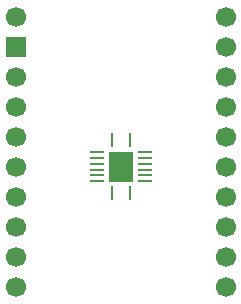
<source format=gts>
G04 #@! TF.GenerationSoftware,KiCad,Pcbnew,9.0.6*
G04 #@! TF.CreationDate,2026-01-07T12:06:18-06:00*
G04 #@! TF.ProjectId,DHVQFN-16_4.15x3.65_P0.5,44485651-464e-42d3-9136-5f342e313578,rev?*
G04 #@! TF.SameCoordinates,Original*
G04 #@! TF.FileFunction,Soldermask,Top*
G04 #@! TF.FilePolarity,Negative*
%FSLAX46Y46*%
G04 Gerber Fmt 4.6, Leading zero omitted, Abs format (unit mm)*
G04 Created by KiCad (PCBNEW 9.0.6) date 2026-01-07 12:06:18*
%MOMM*%
%LPD*%
G01*
G04 APERTURE LIST*
%ADD10R,0.280000X1.200000*%
%ADD11R,1.200000X0.280000*%
%ADD12C,0.508000*%
%ADD13R,2.050000X2.550000*%
%ADD14C,1.700000*%
%ADD15R,1.700000X1.700000*%
G04 APERTURE END LIST*
D10*
X132345999Y-110234300D03*
D11*
X131063001Y-111259300D03*
X131063001Y-111759299D03*
X131063001Y-112259300D03*
X131063001Y-112759300D03*
X131063001Y-113259301D03*
X131063001Y-113759300D03*
D10*
X132345999Y-114784300D03*
X133846001Y-114784300D03*
D11*
X135128999Y-113759300D03*
X135128999Y-113259301D03*
X135128999Y-112759300D03*
X135128999Y-112259300D03*
X135128999Y-111759299D03*
X135128999Y-111259300D03*
D10*
X133846001Y-110234300D03*
D12*
X132702300Y-111721900D03*
X132702300Y-112509300D03*
X132702300Y-113296700D03*
D13*
X133096000Y-112509300D03*
D12*
X133489700Y-111721900D03*
X133489700Y-112509300D03*
X133489700Y-113296700D03*
D14*
X124206000Y-99822000D03*
D15*
X124206000Y-102362000D03*
D14*
X124206000Y-104902000D03*
X124206000Y-107442000D03*
X124206000Y-109982000D03*
X124206000Y-112522000D03*
X124206000Y-115062000D03*
X124206000Y-117602000D03*
X124206000Y-120142000D03*
X124206000Y-122682000D03*
X141986000Y-99822000D03*
X141986000Y-102362000D03*
X141986000Y-104902000D03*
X141986000Y-107442000D03*
X141986000Y-109982000D03*
X141986000Y-112522000D03*
X141986000Y-115062000D03*
X141986000Y-117602000D03*
X141986000Y-120142000D03*
X141986000Y-122682000D03*
M02*

</source>
